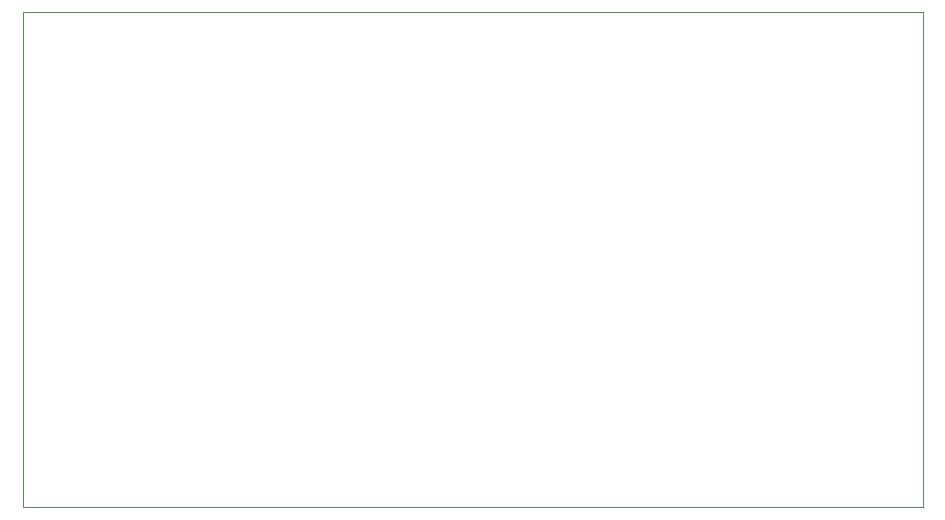
<source format=gbr>
%TF.GenerationSoftware,Altium Limited,Altium Designer,22.7.1 (60)*%
G04 Layer_Color=0*
%FSLAX45Y45*%
%MOMM*%
%TF.SameCoordinates,8DF05635-03F1-411C-9BC5-7CD19558B576*%
%TF.FilePolarity,Positive*%
%TF.FileFunction,Profile,NP*%
%TF.Part,Single*%
G01*
G75*
%TA.AperFunction,Profile*%
%ADD44C,0.02540*%
D44*
X2540000Y2540000D02*
X10160000D01*
Y6731000D01*
X2540000D01*
Y2540000D01*
%TF.MD5,9a45a4d80477e5086c091350e81e26fb*%
M02*

</source>
